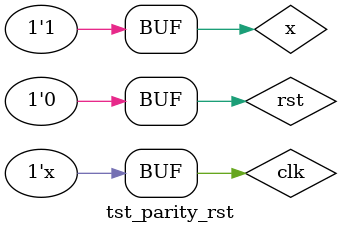
<source format=v>
module tst_parity_rst;

	reg x, rst, clk;
	wire z;
	
	parity_det_1always pd (x, rst, clk, z);
	
	initial	begin
		clk = 0;
		x = 0;
		#10 x = 1;
		#20 x = 0;
		#20 x = 1;
		#20 x = 0;
		#20 x = 1;
	end

	initial	begin
		rst = 1;
		#10 rst = 0;	
	end			
	
	always 
		#10 clk = ~clk;	
		
endmodule


</source>
